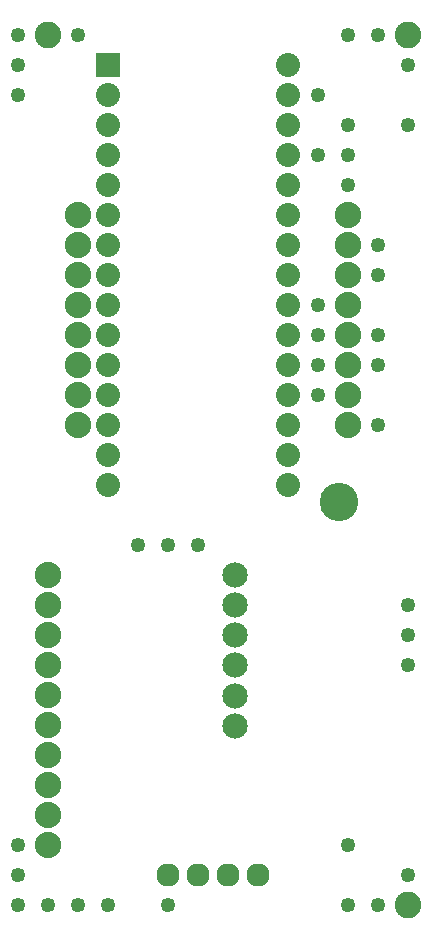
<source format=gbr>
G04*
G04 GERBER (RE)GENERATED BY FLATCAM v8.994 - www.flatcam.org - Version Date: 2020/11/7*
G04 Filename: cablabe drone_maskTop.gts_edit*
G04 Created on : Sunday, 23 May 2021 at 01:13*
G04*
G04 RS-274X GERBER GENERATED BY FLATCAM v8.994 - www.flatcam.org - Version Date: 2020/11/7*
G04 Filename: cablabe drone_maskTop.gts_edit*
G04 Created on : Sunday, 23 May 2021 at 01:11*
%FSLAX24Y24*%
%MOIN*%
%ADD10C,0.07719384561199999*%
%ADD11C,0.087999824*%
%ADD12C,0.04936990126*%
%ADD13C,0.12810974378*%
%ADD14C,0.07999984*%
%ADD15C,0.084290831418*%
%ADD16C,0.08873982252*%
%ADD17R,0.079971840056X0.07999984*%

G70*
G90*
G01*
%LPD*%
D10*
X05890Y02080D03*
X06890Y02080D03*
X07890Y02080D03*
X08890Y02080D03*
D11*
X02900Y17080D03*
X02900Y18080D03*
X02900Y19080D03*
X02900Y20080D03*
X02900Y21080D03*
X02900Y22080D03*
X02900Y23080D03*
X02900Y24080D03*
X11900Y24080D03*
X11900Y23080D03*
X11900Y22080D03*
X11900Y21080D03*
X11900Y20080D03*
X11900Y19080D03*
X11900Y18080D03*
X11900Y17080D03*
X02900Y17080D03*
X02900Y18080D03*
X02900Y19080D03*
X02900Y20080D03*
X02900Y21080D03*
X02900Y22080D03*
X02900Y23080D03*
X02900Y24080D03*
X11900Y24080D03*
X11900Y23080D03*
X11900Y22080D03*
X11900Y21080D03*
X11900Y20080D03*
X11900Y19080D03*
X11900Y18080D03*
X11900Y17080D03*
X01900Y05080D03*
X01900Y06080D03*
X01900Y07080D03*
X01890Y08080D03*
X01900Y09080D03*
X01900Y10080D03*
X01900Y11080D03*
X01900Y12080D03*
X01900Y03080D03*
X01900Y04080D03*
D12*
X12900Y23080D03*
X12900Y19080D03*
X12900Y22080D03*
X12900Y17080D03*
X12900Y20080D03*
X02890Y30080D03*
X13900Y29080D03*
X10900Y28080D03*
X10900Y26080D03*
X10900Y21080D03*
X10900Y20080D03*
X10900Y18080D03*
X10900Y19080D03*
X00890Y30080D03*
X00890Y28080D03*
X11900Y30080D03*
X12900Y30080D03*
X00890Y29080D03*
X13900Y27080D03*
X11900Y03080D03*
X08890Y02080D03*
X07890Y02080D03*
X06890Y02080D03*
X05890Y02080D03*
X00900Y01080D03*
X05890Y01080D03*
X03900Y01080D03*
X02890Y01080D03*
X00890Y03080D03*
X00890Y02080D03*
X13900Y02080D03*
X12900Y01080D03*
X11900Y01080D03*
X06890Y13080D03*
X04890Y13080D03*
X05890Y13080D03*
X13900Y11080D03*
X13900Y10080D03*
X13900Y09080D03*
X01900Y01080D03*
X11900Y26080D03*
X11900Y25080D03*
X11900Y27080D03*
D13*
X11590Y14510D03*
D14*
X03900Y29080D03*
X03900Y28080D03*
X03900Y27080D03*
X03900Y26080D03*
X03900Y25080D03*
X03900Y24080D03*
X03900Y23080D03*
X03900Y22080D03*
X03900Y21080D03*
X03900Y20080D03*
X03900Y19080D03*
X03900Y18080D03*
X03900Y17080D03*
X03900Y16080D03*
X03900Y15080D03*
X09900Y29080D03*
X09900Y28080D03*
X09900Y27080D03*
X09900Y26080D03*
X09900Y25080D03*
X09900Y24080D03*
X09900Y23080D03*
X09900Y22080D03*
X09900Y21080D03*
X09900Y20080D03*
X09900Y19080D03*
X09900Y18080D03*
X09900Y17080D03*
X09900Y16080D03*
X09900Y15080D03*
D15*
X08150Y07070D03*
X08150Y08070D03*
X08150Y09080D03*
X08150Y10080D03*
X08150Y11080D03*
X08150Y12090D03*
D16*
X13900Y01080D03*
X01890Y30080D03*
X13900Y30080D03*
D17*
X03890Y29080D03*
M02*

</source>
